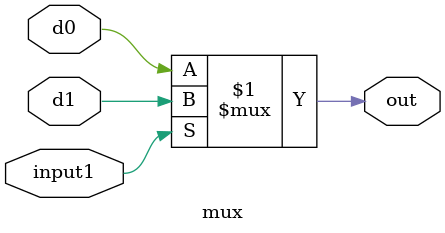
<source format=v>
`include "util.v"

module mips_cpu(
  clk, pc, pc_new, instruction_memory_a, instruction_memory_rd, data_memory_a, data_memory_rd, data_memory_we, data_memory_wd,
  register_a1, register_a2, register_a3, register_we3, register_wd3, register_rd1, register_rd2
);

  // сигнал синхронизации
  input clk;
  // текущее значение регистра PC
  inout [31:0] pc;
  // новое значение регистра PC (адрес следующей команды)
  output [31:0] pc_new;
  // we для памяти данных
  output data_memory_we;
  // адреса памяти и данные для записи памяти данных
  output [31:0] instruction_memory_a, data_memory_a, data_memory_wd;
  // данные, полученные в результате чтения из памяти
  inout [31:0] instruction_memory_rd, data_memory_rd;
  // we3 для регистрового файла
  output register_we3;
  // номера регистров
  output [4:0] register_a1, register_a2, register_a3;
  // данные для записи в регистровый файл
  output [31:0] register_wd3;
  // данные, полученные в результате чтения из регистрового файла
  inout [31:0] register_rd1, register_rd2;

  wire [5:0] operationCode = instruction_memory_rd[31:26];
  wire [5:0] func = instruction_memory_rd[5:0];
  wire [4:0] rnw1 = instruction_memory_rd[20:16];
  wire [4:0] rnw2 = instruction_memory_rd[15:11];
  wire [15:0] tempConst = instruction_memory_rd[15:0];
  wire [25:0] jump = instruction_memory_rd[25:0];
  wire [2:0] checking;

  wire memoR, memoW, bne, beq, data, final, writer, change, link, registr;
  signalch CU(
    operationCode, func, memoR, memoW, bne, 
    beq, data, final, writer, checking, change, link, registr
  );

  assign register_a1 = instruction_memory_rd[25:21];
  assign register_a2 = instruction_memory_rd[20:16];
  wire [4:0] tempWriter;
  mux2_5 output1(rnw1, rnw2, final, tempWriter);
  mux2_5 output2(tempWriter, 5'b11111, link, register_a3);

  wire [31:0] const;
  assign const = {6'b000000, instruction_memory_rd[15:0]};
  sign_extend de(tempConst, const);

  wire [31:0] input1 = register_rd1;
  wire [31:0] input2;
  mux2_32 secondOperand(.d0(register_rd2), .d1(const), .a(data), .out(input2));

  wire [31:0] res;
  wire zero;
  alu al1(input1, input2, checking, res, zero);

  assign instruction_memory_a = pc;

  assign register_we3 = writer;
  assign data_memory_a = res;
  assign data_memory_wd = register_rd2;
  assign data_memory_we = memoW;
  wire [31:0] a;
  mux2_32 writer1(res, data_memory_rd, memoR, a);
  mux2_32 writer2(a, pcinit, link, register_wd3);

  wire [31:0] pcinit;
  wire [31:0] pc1;
  wire [31:0] constatna;
  shl_2 aa1(const, constatna);
  wire inp, inp2;
  alu alu1(pc, 4, 3'b010, pcinit, inp1);
  alu alu2(pcinit, constatna, 3'b010, pc1, inp2);

  wire zaza;

  mux mux1(bne, beq, zero, zaza);

  wire ch;
  assign ch = !zero;
  
  wire ch2;
  mux mx2(ch, zero, beq, ch2);

  wire ass;
  and_gate n1(zaza, ch2, ass);

  wire [31:0] tempPc;

  mux2_32 choosePc(pcinit, pc1, ass, tempPc);

  wire [31:0] tempChange;
  assign tempChange = {jump, 6'b00};

  wire [31:0] jumpa;
  shl_2 b1(tempChange, jumpa);

  wire [31:0] tempPckek;

  mux2_32 choosePc1(tempPc, jumpa, change, tempPckek);
  mux2_32 choosePc2(tempPckek, input1, registr, pc_new);
endmodule

module alu(input1, input2, control, res, zero);
  input signed [31:0] input1, input2;
  input [2:0] control;
  output reg [31:0] res;
  output reg zero;
  always @(control or input1 or input2) begin
    case (control[1:0])
      0: 
         res = input1 & (control[2] ? ~input2 : input2);
      1: 
         res = input1 | (control[2] ? ~input2 : input2);
      2: 
         res = input1 + (control[2] ? ~input2 : input2) + control[2];
      3: 
         res = (input1 < input2) ? 1 : 0;
    endcase

    zero = ~(|res);
  end
endmodule

module and_gate(input input1, input2, output reg out);
  always @(input1 or input2) begin
    out = input1 && input2;
  end
endmodule

module signalch(operationCode, func, memoR, memoW, bne, beq, data, final, writer, checking, change, link, registr);
  input wire [5:0] operationCode, func;
  output wire memoR, memoW, bne, beq, data, final, writer, change, link, registr;
  output reg [2:0] checking;

  reg tempMemoR, tempMemoW, tempBne, tempBeq, tempData, tempFinal, tempWriter, tempChange, tempLink, tempRegistr;

  always @* begin
    tempWriter = 0; tempFinal = 0; tempData = 0; tempMemoR = 0; tempLink = 0;
    tempBne = 0; tempBeq = 0; tempMemoW = 0; tempChange = 0; tempRegistr = 0;
    checking = 3'b000;
    case (operationCode)
      0: begin
        tempWriter = 1; tempFinal = 1; checking = 3'b010;
      end
      2: begin
        checking = 3'b010; tempChange = 1;
      end
      3: begin
        tempWriter = 1; tempLink = 1; checking = 3'b010; tempChange = 1;
      end
      4: begin
        tempBeq = 1; checking = 3'b001;
      end
      5: begin
        tempBne = 1; checking = 3'b001;
      end
      8: begin
        tempWriter = 1; tempData = 1;
      end
      12: begin
        tempWriter = 1; tempData = 1; checking = 3'b011;
      end
      35: begin
        tempWriter = 1; tempData = 1; tempMemoR = 1;
      end
      43: begin
       tempData = 1; tempMemoW = 1;
      end
      default: checking = 3'b000;
    endcase

    if (checking == 3'b000) checking = 3'b010;
    else if (checking == 3'b011) checking = 3'b000;
    else if (checking == 3'b001) checking = 3'b110;
    
    else begin
      case (func)
        6'b100000: checking = 3'b010;
        6'b100010: checking = 3'b110;
        6'b100100: checking = 3'b000;
        6'b100101: checking = 3'b001;
        6'b101010: checking = 3'b111;
        6'b001000: begin
          tempRegistr = 1;
          tempWriter = 0;
        end
        default: checking = 3'b000;
      endcase
    end
  end

  assign memoR = tempMemoR;
  assign final = tempFinal;
  assign data = tempData;
  assign beq = tempBeq;
  assign memoW = tempMemoW;
  assign bne = tempBne;
  assign change = tempChange;
  assign link = tempLink;
  assign writer = tempWriter;
  assign registr = tempRegistr;
endmodule

module mux(input d0, d1, input1, output out);
  assign out = input1 ? d1 : d0;
endmodule
</source>
